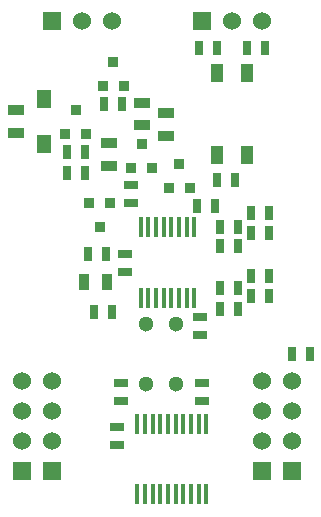
<source format=gts>
G04 (created by PCBNEW (2013-mar-13)-stable) date Fri 09 Oct 2015 12:04:18 PM CEST*
%MOIN*%
G04 Gerber Fmt 3.4, Leading zero omitted, Abs format*
%FSLAX34Y34*%
G01*
G70*
G90*
G04 APERTURE LIST*
%ADD10C,0.005906*%
%ADD11R,0.025000X0.045000*%
%ADD12R,0.060000X0.060000*%
%ADD13C,0.060000*%
%ADD14R,0.039370X0.059055*%
%ADD15R,0.036000X0.036000*%
%ADD16R,0.045000X0.025000*%
%ADD17R,0.048031X0.060000*%
%ADD18R,0.012000X0.070100*%
%ADD19R,0.011800X0.070100*%
%ADD20R,0.055000X0.035000*%
%ADD21R,0.035000X0.055000*%
%ADD22C,0.051181*%
G04 APERTURE END LIST*
G54D10*
G54D11*
X45510Y-26900D03*
X44910Y-26900D03*
X46500Y-26900D03*
X47100Y-26900D03*
G54D12*
X45000Y-26000D03*
G54D13*
X46000Y-26000D03*
X47000Y-26000D03*
G54D12*
X40000Y-26000D03*
G54D13*
X41000Y-26000D03*
X42000Y-26000D03*
G54D14*
X46492Y-27735D03*
X45507Y-27735D03*
X45507Y-30464D03*
X46492Y-30464D03*
G54D11*
X46650Y-32400D03*
X47250Y-32400D03*
X46650Y-34500D03*
X47250Y-34500D03*
X45600Y-32850D03*
X46200Y-32850D03*
X45600Y-34900D03*
X46200Y-34900D03*
X45600Y-33500D03*
X46200Y-33500D03*
X45600Y-35600D03*
X46200Y-35600D03*
G54D15*
X43350Y-30900D03*
X42650Y-30900D03*
X43000Y-30100D03*
X44600Y-31550D03*
X43900Y-31550D03*
X44250Y-30750D03*
X42400Y-28150D03*
X41700Y-28150D03*
X42050Y-27350D03*
X41250Y-32050D03*
X41950Y-32050D03*
X41600Y-32850D03*
G54D11*
X46650Y-33050D03*
X47250Y-33050D03*
X46650Y-35150D03*
X47250Y-35150D03*
G54D16*
X44950Y-35850D03*
X44950Y-36450D03*
G54D11*
X44850Y-32150D03*
X45450Y-32150D03*
X41400Y-35700D03*
X42000Y-35700D03*
X41210Y-33750D03*
X41810Y-33750D03*
X40500Y-30350D03*
X41100Y-30350D03*
X45500Y-31300D03*
X46100Y-31300D03*
G54D17*
X39750Y-30114D03*
X39750Y-28585D03*
G54D15*
X41150Y-29750D03*
X40450Y-29750D03*
X40800Y-28950D03*
G54D16*
X42450Y-34350D03*
X42450Y-33750D03*
X42650Y-32050D03*
X42650Y-31450D03*
G54D11*
X42350Y-28750D03*
X41750Y-28750D03*
X41100Y-31050D03*
X40500Y-31050D03*
G54D18*
X43104Y-41769D03*
X43360Y-41769D03*
X43616Y-41769D03*
X43872Y-41769D03*
X44127Y-41769D03*
X44383Y-41769D03*
X44639Y-41769D03*
X44895Y-41769D03*
G54D19*
X44895Y-39431D03*
X44639Y-39431D03*
X44383Y-39431D03*
X44127Y-39431D03*
X43872Y-39431D03*
X43616Y-39431D03*
X43360Y-39431D03*
X43104Y-39431D03*
G54D18*
X42848Y-41770D03*
X45151Y-41770D03*
X45151Y-39431D03*
G54D19*
X42848Y-39431D03*
G54D20*
X38800Y-29725D03*
X38800Y-28975D03*
G54D21*
X41075Y-34700D03*
X41825Y-34700D03*
G54D20*
X41900Y-30075D03*
X41900Y-30825D03*
X43000Y-28725D03*
X43000Y-29475D03*
X43800Y-29825D03*
X43800Y-29075D03*
G54D16*
X42300Y-38650D03*
X42300Y-38050D03*
X45000Y-38650D03*
X45000Y-38050D03*
X42180Y-40140D03*
X42180Y-39540D03*
G54D12*
X48000Y-41000D03*
G54D13*
X48000Y-40000D03*
X48000Y-39000D03*
X48000Y-38000D03*
G54D12*
X47000Y-41000D03*
G54D13*
X47000Y-40000D03*
X47000Y-39000D03*
X47000Y-38000D03*
G54D12*
X39000Y-41000D03*
G54D13*
X39000Y-40000D03*
X39000Y-39000D03*
X39000Y-38000D03*
G54D12*
X40000Y-41000D03*
G54D13*
X40000Y-40000D03*
X40000Y-39000D03*
X40000Y-38000D03*
G54D11*
X48000Y-37100D03*
X48600Y-37100D03*
G54D19*
X42954Y-35219D03*
X43210Y-35219D03*
X43466Y-35219D03*
X43722Y-35219D03*
X43977Y-35219D03*
X44233Y-35219D03*
X44489Y-35219D03*
X44745Y-35219D03*
X44745Y-32881D03*
X44489Y-32881D03*
X44233Y-32881D03*
X43977Y-32881D03*
X43722Y-32881D03*
X43466Y-32881D03*
X43210Y-32881D03*
X42954Y-32881D03*
G54D22*
X43150Y-38100D03*
X43150Y-36100D03*
X44150Y-38100D03*
X44150Y-36100D03*
M02*

</source>
